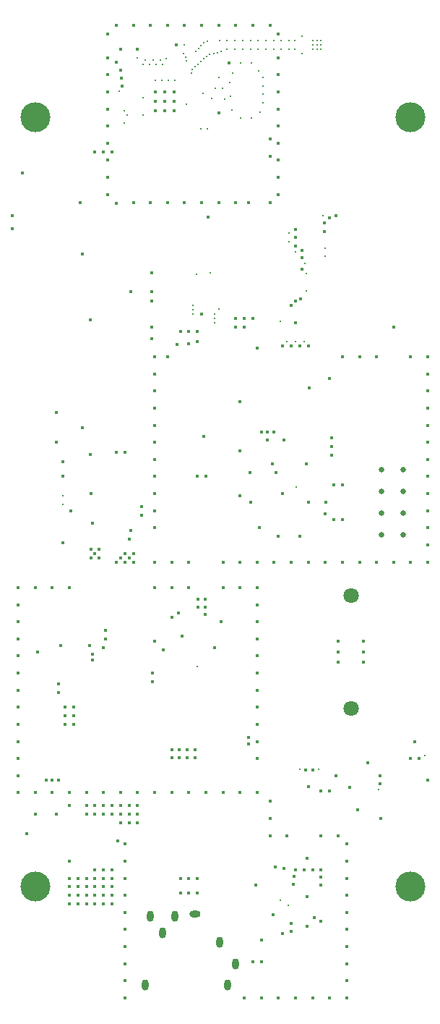
<source format=gbr>
%TF.GenerationSoftware,Altium Limited,Altium Designer,22.5.1 (42)*%
G04 Layer_Color=0*
%FSLAX45Y45*%
%MOMM*%
%TF.SameCoordinates,B0F14D10-A82B-43C6-BF60-515EF57ECD05*%
%TF.FilePolarity,Positive*%
%TF.FileFunction,Plated,1,4,PTH,Drill*%
%TF.Part,Single*%
G01*
G75*
%TA.AperFunction,ComponentDrill*%
%ADD215C,0.63500*%
%ADD216C,1.80000*%
%ADD217O,1.30000X0.80000*%
%ADD218O,0.80000X1.30000*%
%TA.AperFunction,OtherDrill,Pad Free-0 (-21mm,-45mm)*%
%ADD219C,3.50000*%
%TA.AperFunction,OtherDrill,Pad Free-0 (23mm,-45mm)*%
%ADD220C,3.50000*%
%TA.AperFunction,OtherDrill,Pad Free-0 (23mm,45mm)*%
%ADD221C,3.50000*%
%TA.AperFunction,OtherDrill,Pad Free-0 (-21mm,45mm)*%
%ADD222C,3.50000*%
%TA.AperFunction,ViaDrill,NotFilled*%
%ADD223C,0.40000*%
%ADD224C,0.20000*%
D215*
X2209000Y381000D02*
D03*
Y127000D02*
D03*
Y-127000D02*
D03*
Y-381000D02*
D03*
X1955000D02*
D03*
Y-127000D02*
D03*
Y127000D02*
D03*
Y381000D02*
D03*
D216*
X1600000Y-1090000D02*
D03*
Y-2410000D02*
D03*
D217*
X-230000Y-4820000D02*
D03*
D218*
X60000Y-5150000D02*
D03*
X-460000Y-4840000D02*
D03*
X150000Y-5650000D02*
D03*
X-610000Y-5040000D02*
D03*
X-750000Y-4840000D02*
D03*
X-810000Y-5650000D02*
D03*
X250000Y-5400000D02*
D03*
D219*
X-2100000Y-4500000D02*
D03*
D220*
X2300000D02*
D03*
D221*
Y4500000D02*
D03*
D222*
X-2100000D02*
D03*
D223*
X-400000Y-4400000D02*
D03*
X-200000D02*
D03*
X1291155Y3164299D02*
D03*
X1291156Y3264299D02*
D03*
X1350000Y3325000D02*
D03*
X1425000Y3350000D02*
D03*
X1025000Y2725000D02*
D03*
X950000Y2100000D02*
D03*
X-1100000Y5050000D02*
D03*
X650000Y-3500000D02*
D03*
Y-3700000D02*
D03*
Y-3900000D02*
D03*
X850000D02*
D03*
X-1850000Y-3650000D02*
D03*
X-1600000Y-4700000D02*
D03*
X-1500000D02*
D03*
X-1400000D02*
D03*
X-1300000D02*
D03*
X-1200000D02*
D03*
X-1700000D02*
D03*
X-1600000Y-4600000D02*
D03*
X-1500000D02*
D03*
X-1400000D02*
D03*
X-1300000D02*
D03*
X-1200000D02*
D03*
X-1700000D02*
D03*
X-1100000Y-3750001D02*
D03*
X-1000000D02*
D03*
X-900000D02*
D03*
Y-3550001D02*
D03*
Y-3650001D02*
D03*
X-1000000Y-3550001D02*
D03*
Y-3650001D02*
D03*
X-1100000Y-3550001D02*
D03*
Y-3650001D02*
D03*
X-2100000Y-3650000D02*
D03*
X934909Y-4380448D02*
D03*
X1250000Y-3900000D02*
D03*
X1450000D02*
D03*
X549987Y-5800003D02*
D03*
X349985Y-5800004D02*
D03*
X949992Y-5800001D02*
D03*
X749989Y-5800002D02*
D03*
X1349997Y-5799999D02*
D03*
X1149994Y-5800000D02*
D03*
X1549995Y-4199988D02*
D03*
X1549994Y-3999986D02*
D03*
X1549997Y-4599993D02*
D03*
X1549996Y-4399990D02*
D03*
X1549999Y-4999998D02*
D03*
X1549998Y-4799995D02*
D03*
X1549997Y-5399993D02*
D03*
X1549996Y-5199990D02*
D03*
X1549999Y-5799998D02*
D03*
X1549998Y-5599995D02*
D03*
X-1050008Y-4199981D02*
D03*
X-1050009Y-3999979D02*
D03*
X-1050006Y-4599986D02*
D03*
X-1050007Y-4399984D02*
D03*
X-1050004Y-4999991D02*
D03*
X-1050005Y-4799988D02*
D03*
X-1050002Y-5399995D02*
D03*
X-1050003Y-5199993D02*
D03*
X-1050000Y-5800000D02*
D03*
X-1050001Y-5599998D02*
D03*
X500000Y1800000D02*
D03*
X-1700000Y-3550001D02*
D03*
X-1700000Y-4400001D02*
D03*
Y-4500001D02*
D03*
X-1500000Y-3550001D02*
D03*
X709274Y-4271181D02*
D03*
X924133Y-4473648D02*
D03*
X450000Y-5375000D02*
D03*
X485000Y-4480000D02*
D03*
X-300000Y-4400000D02*
D03*
X684615Y-4829873D02*
D03*
X550000Y-5124339D02*
D03*
X-200000Y-4575000D02*
D03*
X-300000D02*
D03*
X1024096Y2862064D02*
D03*
Y2946416D02*
D03*
X1172197Y-4862877D02*
D03*
X650000Y4250000D02*
D03*
X-76863Y3330960D02*
D03*
X250000Y3500000D02*
D03*
X400000Y3500004D02*
D03*
X-300000Y1850000D02*
D03*
X-200000Y1875000D02*
D03*
X250000Y2050000D02*
D03*
Y2150000D02*
D03*
X350000Y2050000D02*
D03*
X450000Y2150000D02*
D03*
X350000D02*
D03*
X-200000Y2000000D02*
D03*
X-300000D02*
D03*
X-400000D02*
D03*
X-150000Y2200000D02*
D03*
X-1100000Y5300000D02*
D03*
X-736212Y2050000D02*
D03*
X2100000D02*
D03*
X-436708Y1846844D02*
D03*
X-900000Y5300000D02*
D03*
X-1249976Y5474990D02*
D03*
X-1150001Y5574998D02*
D03*
X-949998Y5575000D02*
D03*
X-749995Y5575001D02*
D03*
X-550013Y5574992D02*
D03*
X-350010Y5574994D02*
D03*
X-150007Y5574996D02*
D03*
X49997Y5574998D02*
D03*
X450004Y5575002D02*
D03*
X-470000Y4580000D02*
D03*
X-580000D02*
D03*
X-690000D02*
D03*
Y4690000D02*
D03*
Y4800000D02*
D03*
X-470000Y4690000D02*
D03*
Y4800000D02*
D03*
X-580000Y4690000D02*
D03*
X-1091971Y4959529D02*
D03*
X-1200000Y4100000D02*
D03*
X-1300000D02*
D03*
X-950021Y3499991D02*
D03*
X50000Y4550000D02*
D03*
X-1249994Y4399986D02*
D03*
X-1249993Y4199983D02*
D03*
X-1249992Y3999981D02*
D03*
X-1249998Y5199995D02*
D03*
X-1249997Y4999993D02*
D03*
X-1080760Y4866847D02*
D03*
X-1249996Y4799990D02*
D03*
X-1249995Y4599988D02*
D03*
X-1150000Y5150000D02*
D03*
X-1249990Y3599976D02*
D03*
X-1150024Y3499990D02*
D03*
X-1249991Y3799978D02*
D03*
X250000Y5575000D02*
D03*
X650024Y5575010D02*
D03*
X750000Y5475000D02*
D03*
X-450000Y5350000D02*
D03*
X-149995Y3500002D02*
D03*
X-349997Y3500001D02*
D03*
X-550016Y3499993D02*
D03*
X-750019Y3499992D02*
D03*
X749999Y5200002D02*
D03*
X170010Y5139997D02*
D03*
X749999Y5000002D02*
D03*
Y4800002D02*
D03*
Y4600002D02*
D03*
Y4400002D02*
D03*
Y4200002D02*
D03*
X650000Y4050000D02*
D03*
X749999Y4000002D02*
D03*
Y3800002D02*
D03*
X750000Y3600000D02*
D03*
X650015Y3500006D02*
D03*
X50008Y3500003D02*
D03*
X-580000Y4800000D02*
D03*
X-540Y-1700000D02*
D03*
X75010Y-1399990D02*
D03*
X700000Y823801D02*
D03*
X550000D02*
D03*
X622500Y823800D02*
D03*
Y724600D02*
D03*
X1750000Y-1875000D02*
D03*
X1450000D02*
D03*
Y-1625000D02*
D03*
X1750000D02*
D03*
Y-1750000D02*
D03*
X1450000D02*
D03*
X-700000Y-1625000D02*
D03*
X1100000Y0D02*
D03*
X725000Y350000D02*
D03*
X800000Y100000D02*
D03*
X-123041Y765296D02*
D03*
X-1575000Y3500000D02*
D03*
X300000Y600000D02*
D03*
X1110107Y1337535D02*
D03*
X1375000Y550000D02*
D03*
Y650000D02*
D03*
Y750000D02*
D03*
X1100000Y-3325000D02*
D03*
X1085000Y-4615000D02*
D03*
X811661Y-4283028D02*
D03*
X1085361Y-4165000D02*
D03*
X800000Y-5050000D02*
D03*
X900000Y-5025000D02*
D03*
Y-4925000D02*
D03*
X550000Y-5375000D02*
D03*
X-400000Y-4575000D02*
D03*
X1075000Y450000D02*
D03*
X675000D02*
D03*
X300000Y75000D02*
D03*
X525000Y-300000D02*
D03*
X425000Y0D02*
D03*
X-99993Y300000D02*
D03*
X300000Y1175000D02*
D03*
X-736211Y2350000D02*
D03*
X-1425000Y-1850000D02*
D03*
X-1800000Y-1675000D02*
D03*
X-1825000Y-2125000D02*
D03*
X-1462224Y-1680260D02*
D03*
X-1825000Y-2225000D02*
D03*
X-2200000Y-3875000D02*
D03*
X-1000001Y-430010D02*
D03*
X-1775000Y475000D02*
D03*
Y-475000D02*
D03*
Y300000D02*
D03*
X-1450000Y100000D02*
D03*
X-1425000Y-250000D02*
D03*
X400000Y-2825000D02*
D03*
Y-2750000D02*
D03*
X-1425000Y-1775000D02*
D03*
X-2075000Y-1750000D02*
D03*
X-1975000Y-3250000D02*
D03*
X-1900000D02*
D03*
X-1825000D02*
D03*
X-425000Y-1300000D02*
D03*
X-377565Y-1569402D02*
D03*
X-725010Y-2000009D02*
D03*
X-725000Y-2100000D02*
D03*
X-600000Y-1725000D02*
D03*
X-1275010Y-1600009D02*
D03*
Y-1500009D02*
D03*
X1800000Y-3050000D02*
D03*
X2500000Y-3250000D02*
D03*
X1249991Y-3374997D02*
D03*
X1350009Y-3375010D02*
D03*
X1583104Y-3339308D02*
D03*
X1675009Y-3600010D02*
D03*
X1950000Y-3700000D02*
D03*
X-978113Y2464828D02*
D03*
X-700007Y-1000003D02*
D03*
X-500005Y-1000002D02*
D03*
X-300002Y-1000001D02*
D03*
X99995Y-1000002D02*
D03*
X299998Y-1000001D02*
D03*
X-1700025Y-999997D02*
D03*
X-2100030Y-999999D02*
D03*
X-1900028Y-999998D02*
D03*
X-2300038Y-1199988D02*
D03*
X-2300039Y-999986D02*
D03*
X-2300036Y-1599993D02*
D03*
X-2300037Y-1399990D02*
D03*
X-2300033Y-1999998D02*
D03*
X-2300035Y-1799995D02*
D03*
X-2300038Y-2399988D02*
D03*
X-2300039Y-2199986D02*
D03*
X-2300036Y-2799993D02*
D03*
X-2300037Y-2599990D02*
D03*
X-2300033Y-3199998D02*
D03*
X-2300035Y-2999995D02*
D03*
X-2100030Y-3400016D02*
D03*
X-2300032Y-3400017D02*
D03*
X-1700025Y-3400014D02*
D03*
X-1900028Y-3400015D02*
D03*
X-1300021Y-3400011D02*
D03*
X-1500023Y-3400013D02*
D03*
X-900016Y-3400009D02*
D03*
X-1100018Y-3400010D02*
D03*
X-500011Y-3400007D02*
D03*
X-700013Y-3400008D02*
D03*
X-100006Y-3400005D02*
D03*
X-300009Y-3400006D02*
D03*
X99996Y-3400004D02*
D03*
X299999Y-3400003D02*
D03*
X500001Y-3400002D02*
D03*
X500010Y-3000024D02*
D03*
X500009Y-2800022D02*
D03*
X500008Y-2600019D02*
D03*
X500007Y-2400017D02*
D03*
X500006Y-2200014D02*
D03*
X500005Y-2000012D02*
D03*
X500004Y-1800010D02*
D03*
X500003Y-1600007D02*
D03*
X500002Y-1400005D02*
D03*
X500000Y-1000000D02*
D03*
X500001Y-1200002D02*
D03*
X-1458454Y2130000D02*
D03*
Y557527D02*
D03*
X-1402101Y4097899D02*
D03*
X-230001Y-2989999D02*
D03*
Y-2900000D02*
D03*
X1425010Y-3200099D02*
D03*
X2350000Y-2800000D02*
D03*
X1350000Y1450000D02*
D03*
X-200000Y300000D02*
D03*
X-1449999Y-650000D02*
D03*
X-1350000Y-550000D02*
D03*
Y-650000D02*
D03*
X-1400000Y-600000D02*
D03*
X-1850000Y700000D02*
D03*
Y1050000D02*
D03*
X-550000Y1700000D02*
D03*
X1500000Y1700000D02*
D03*
X1900000D02*
D03*
X1700000D02*
D03*
X2300000D02*
D03*
X-700000Y-300000D02*
D03*
Y-100000D02*
D03*
Y100000D02*
D03*
Y500000D02*
D03*
Y700000D02*
D03*
Y900000D02*
D03*
Y1100000D02*
D03*
Y1500000D02*
D03*
X-299998Y-699999D02*
D03*
X-499998D02*
D03*
X500002D02*
D03*
X300002D02*
D03*
X100002D02*
D03*
X700001D02*
D03*
X900001D02*
D03*
X1100001D02*
D03*
X1300001D02*
D03*
X1500001D02*
D03*
X1700001D02*
D03*
X1900001D02*
D03*
X2100000D02*
D03*
X2300000D02*
D03*
X2500000D02*
D03*
Y-499999D02*
D03*
Y-299999D02*
D03*
Y-100000D02*
D03*
Y100000D02*
D03*
Y300000D02*
D03*
X2500000Y500001D02*
D03*
Y700001D02*
D03*
Y900000D02*
D03*
Y1100000D02*
D03*
Y1300000D02*
D03*
Y1500000D02*
D03*
Y1700000D02*
D03*
X-700000D02*
D03*
Y1300000D02*
D03*
Y300000D02*
D03*
Y-700000D02*
D03*
X-1300000Y-1700000D02*
D03*
X-500000Y-1350000D02*
D03*
X1250000Y-4478674D02*
D03*
Y-4389337D02*
D03*
X1084997Y-4965009D02*
D03*
X-320000Y-2989999D02*
D03*
X-410000D02*
D03*
X-500000D02*
D03*
Y-2900000D02*
D03*
X-410000D02*
D03*
X-320000D02*
D03*
X-1050000Y580000D02*
D03*
X-1150000Y580000D02*
D03*
X-2250000Y3850000D02*
D03*
X950000Y3191377D02*
D03*
Y3000000D02*
D03*
Y3100000D02*
D03*
X-1550000Y2900000D02*
D03*
X-1450000Y-550000D02*
D03*
X950000Y2350000D02*
D03*
X900000Y2300000D02*
D03*
X1011250Y2375000D02*
D03*
X-2370000Y3200000D02*
D03*
Y3350000D02*
D03*
X-950000Y-600000D02*
D03*
X-1050000D02*
D03*
X-1100000Y-650000D02*
D03*
X-1000000D02*
D03*
X-950000Y-700000D02*
D03*
X-1050000D02*
D03*
X-1150000D02*
D03*
X1302661Y1135D02*
D03*
X420000Y350000D02*
D03*
X1067083Y-3133402D02*
D03*
X1156418Y-3133401D02*
D03*
X1939739Y-3290415D02*
D03*
Y-3200099D02*
D03*
X-104080Y-1313988D02*
D03*
X-193415Y-1224653D02*
D03*
X-104081D02*
D03*
X-193416Y-1135318D02*
D03*
X-104081D02*
D03*
X-1650000Y-2600000D02*
D03*
X-1750000D02*
D03*
X-1650000Y-2500000D02*
D03*
X-1750000D02*
D03*
X-1650000Y-2400000D02*
D03*
X-1750000D02*
D03*
X2400000Y-3000000D02*
D03*
X2300000D02*
D03*
X1250000Y-4900000D02*
D03*
X950000Y-4300000D02*
D03*
X1050000D02*
D03*
X1150000D02*
D03*
X1250000Y-4300000D02*
D03*
X-1550000Y875000D02*
D03*
X-979991Y-330003D02*
D03*
X-736211Y2680000D02*
D03*
Y2460000D02*
D03*
X-736212Y1910000D02*
D03*
X1100000Y1830000D02*
D03*
X1000000D02*
D03*
X900000D02*
D03*
X800000Y1830000D02*
D03*
X745001Y-400000D02*
D03*
X1296241Y-137027D02*
D03*
X1000000Y-400000D02*
D03*
X817500Y730000D02*
D03*
X-1200000Y-4500001D02*
D03*
X-1200000Y-4400001D02*
D03*
X-1300000Y-4500001D02*
D03*
X-1400000D02*
D03*
X-1500000D02*
D03*
X-1600000D02*
D03*
Y-4400001D02*
D03*
X-1500000D02*
D03*
X-1400001Y-4400001D02*
D03*
X-1300001Y-4400001D02*
D03*
X-1400000Y-4300001D02*
D03*
X-1300000D02*
D03*
X-1200000Y-4300001D02*
D03*
X-1700000Y-4200001D02*
D03*
X-1132658Y-3967343D02*
D03*
X-1500000Y-3650001D02*
D03*
X-1400000Y-3550001D02*
D03*
X-1200000Y-3650001D02*
D03*
Y-3550001D02*
D03*
X-1300000D02*
D03*
Y-3650001D02*
D03*
X-1400000Y-3650001D02*
D03*
X-850000Y-150000D02*
D03*
Y-50000D02*
D03*
X1399997Y-199998D02*
D03*
X1499998D02*
D03*
X1399997Y200003D02*
D03*
X1499998D02*
D03*
X-1680000Y-100000D02*
D03*
D224*
X2462902Y-2963894D02*
D03*
X1924237Y-3361192D02*
D03*
X1000000Y-3125000D02*
D03*
X1225000D02*
D03*
X1063837Y2791302D02*
D03*
X1300000Y2875000D02*
D03*
Y2975000D02*
D03*
X1275000Y3350000D02*
D03*
X950000Y2925000D02*
D03*
X875000Y3150000D02*
D03*
Y3050000D02*
D03*
X-809990Y5169990D02*
D03*
X-719990D02*
D03*
X-629990D02*
D03*
X849999Y1875001D02*
D03*
X1050000Y1875000D02*
D03*
X950000D02*
D03*
X775870Y2112558D02*
D03*
X-1117832Y4808495D02*
D03*
X769892Y-4653438D02*
D03*
X864692Y-4716252D02*
D03*
X-333893Y5206678D02*
D03*
X-326520Y5160783D02*
D03*
X-10763Y5251952D02*
D03*
X76776Y5274349D02*
D03*
X35153Y5254752D02*
D03*
X-265376Y5020360D02*
D03*
X-834879Y4528263D02*
D03*
X-84358Y4368863D02*
D03*
X-325788Y4654703D02*
D03*
X-160489Y4368863D02*
D03*
X50000Y2256321D02*
D03*
X0Y2100000D02*
D03*
Y2150000D02*
D03*
Y2200000D02*
D03*
X-250000D02*
D03*
Y2250000D02*
D03*
Y2300000D02*
D03*
X-205798Y2665303D02*
D03*
X-50000Y2678825D02*
D03*
X-1059928Y4579524D02*
D03*
X-1021304Y4528338D02*
D03*
X-1056811Y4437759D02*
D03*
X-462127Y4938014D02*
D03*
X58226Y5400000D02*
D03*
X149025Y5300000D02*
D03*
Y5400000D02*
D03*
X239825Y5300000D02*
D03*
Y5400000D02*
D03*
X330624Y5300000D02*
D03*
Y5400000D02*
D03*
X421424Y5300000D02*
D03*
Y5400000D02*
D03*
X512223Y5300000D02*
D03*
Y5400000D02*
D03*
X603022Y5300000D02*
D03*
Y5400000D02*
D03*
X693822Y5300000D02*
D03*
Y5400000D02*
D03*
X434979Y5138597D02*
D03*
X308908D02*
D03*
X203862Y4589776D02*
D03*
X308921Y4491402D02*
D03*
X434992D02*
D03*
X532410Y4562079D02*
D03*
X569658Y4672868D02*
D03*
Y4771241D02*
D03*
Y4869615D02*
D03*
Y4967988D02*
D03*
X520931Y5046820D02*
D03*
X217554Y5022805D02*
D03*
X179815Y4913020D02*
D03*
X-31622Y4720985D02*
D03*
X120302Y4714131D02*
D03*
X190207Y4748203D02*
D03*
X96163Y4837728D02*
D03*
X1025000Y5450000D02*
D03*
X875421Y5400000D02*
D03*
X940800D02*
D03*
X1150000D02*
D03*
X1250000D02*
D03*
X1200000D02*
D03*
X1150000Y5350000D02*
D03*
X1250000D02*
D03*
X1200000D02*
D03*
X940800Y5300000D02*
D03*
X875421D02*
D03*
X1200000Y5300000D02*
D03*
X1250000D02*
D03*
X1150000D02*
D03*
X1025000Y5250000D02*
D03*
X-900000Y5200000D02*
D03*
X-834879Y4728263D02*
D03*
X784621Y5400000D02*
D03*
Y5300000D02*
D03*
X-84112Y5395885D02*
D03*
X-123429Y5373185D02*
D03*
X-350000Y5350000D02*
D03*
X-155532Y5341083D02*
D03*
X-187634Y5308980D02*
D03*
X-219737Y5276878D02*
D03*
X-568102Y5190228D02*
D03*
X-606893Y5119190D02*
D03*
X-758594D02*
D03*
X-682744D02*
D03*
X-689679Y4938014D02*
D03*
X-834445Y5119190D02*
D03*
X50285Y4967630D02*
D03*
X-94438Y5217407D02*
D03*
X7217Y4839610D02*
D03*
X-55121Y5240107D02*
D03*
X-158644Y5153202D02*
D03*
X-190746Y5121099D02*
D03*
X-230064Y5098400D02*
D03*
X-262166Y5066297D02*
D03*
X-360038Y5245683D02*
D03*
X-126541Y5185305D02*
D03*
X-537977Y4938014D02*
D03*
X-137875Y4786872D02*
D03*
X-613828Y4938014D02*
D03*
X-200000Y-1925000D02*
D03*
X1075000Y2675000D02*
D03*
Y2475000D02*
D03*
X-1780000Y75000D02*
D03*
Y-25000D02*
D03*
X959331Y176025D02*
D03*
%TF.MD5,2db56da3c9ec6534912b3c479b0f9072*%
M02*

</source>
